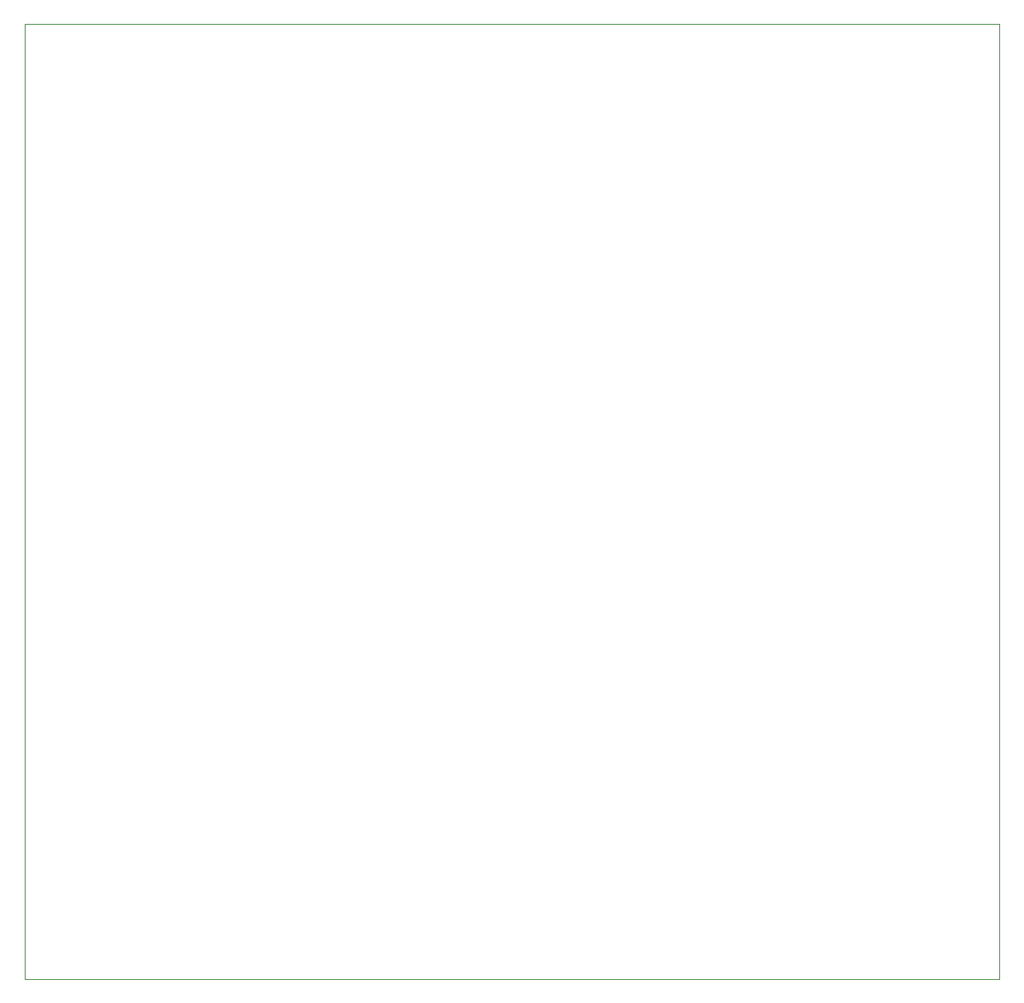
<source format=gbr>
G04 #@! TF.GenerationSoftware,KiCad,Pcbnew,5.1.5-52549c5~86~ubuntu18.04.1*
G04 #@! TF.CreationDate,2020-04-23T16:02:32+01:00*
G04 #@! TF.ProjectId,icepad,69636570-6164-42e6-9b69-6361645f7063,rev?*
G04 #@! TF.SameCoordinates,Original*
G04 #@! TF.FileFunction,Profile,NP*
%FSLAX46Y46*%
G04 Gerber Fmt 4.6, Leading zero omitted, Abs format (unit mm)*
G04 Created by KiCad (PCBNEW 5.1.5-52549c5~86~ubuntu18.04.1) date 2020-04-23 16:02:32*
%MOMM*%
%LPD*%
G04 APERTURE LIST*
%ADD10C,0.050000*%
G04 APERTURE END LIST*
D10*
X80000000Y-146000000D02*
X80000000Y-48000000D01*
X180000000Y-146000000D02*
X80000000Y-146000000D01*
X180000000Y-48000000D02*
X180000000Y-146000000D01*
X80000000Y-48000000D02*
X180000000Y-48000000D01*
M02*

</source>
